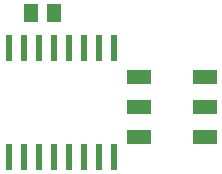
<source format=gbr>
G04 EAGLE Gerber RS-274X export*
G75*
%MOMM*%
%FSLAX34Y34*%
%LPD*%
%INSolderpaste Bottom*%
%IPPOS*%
%AMOC8*
5,1,8,0,0,1.08239X$1,22.5*%
G01*
%ADD10R,1.240000X1.500000*%
%ADD11R,2.032000X1.270000*%
%ADD12R,0.600000X2.200000*%


D10*
X41808Y183896D03*
X60808Y183896D03*
D11*
X188722Y129794D03*
X188722Y104394D03*
X188722Y78994D03*
X132842Y129794D03*
X132842Y104394D03*
X132842Y78994D03*
D12*
X35560Y153950D03*
X60960Y61950D03*
X22860Y153950D03*
X48260Y153950D03*
X60960Y153950D03*
X48260Y61950D03*
X73660Y61950D03*
X86360Y61950D03*
X86360Y153950D03*
X111760Y61950D03*
X73660Y153950D03*
X99060Y153950D03*
X99060Y61950D03*
X111760Y153950D03*
X35560Y61950D03*
X22860Y61950D03*
M02*

</source>
